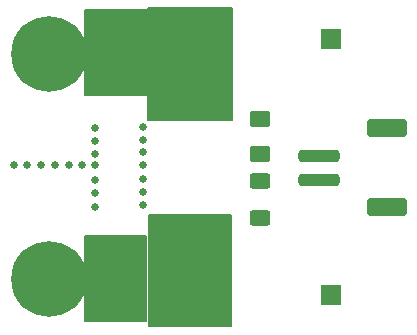
<source format=gbr>
%TF.GenerationSoftware,KiCad,Pcbnew,8.0.3*%
%TF.CreationDate,2024-07-10T14:42:46-05:00*%
%TF.ProjectId,banana to jst ph,62616e61-6e61-4207-946f-206a73742070,2*%
%TF.SameCoordinates,Original*%
%TF.FileFunction,Soldermask,Top*%
%TF.FilePolarity,Negative*%
%FSLAX46Y46*%
G04 Gerber Fmt 4.6, Leading zero omitted, Abs format (unit mm)*
G04 Created by KiCad (PCBNEW 8.0.3) date 2024-07-10 14:42:46*
%MOMM*%
%LPD*%
G01*
G04 APERTURE LIST*
G04 Aperture macros list*
%AMRoundRect*
0 Rectangle with rounded corners*
0 $1 Rounding radius*
0 $2 $3 $4 $5 $6 $7 $8 $9 X,Y pos of 4 corners*
0 Add a 4 corners polygon primitive as box body*
4,1,4,$2,$3,$4,$5,$6,$7,$8,$9,$2,$3,0*
0 Add four circle primitives for the rounded corners*
1,1,$1+$1,$2,$3*
1,1,$1+$1,$4,$5*
1,1,$1+$1,$6,$7*
1,1,$1+$1,$8,$9*
0 Add four rect primitives between the rounded corners*
20,1,$1+$1,$2,$3,$4,$5,0*
20,1,$1+$1,$4,$5,$6,$7,0*
20,1,$1+$1,$6,$7,$8,$9,0*
20,1,$1+$1,$8,$9,$2,$3,0*%
G04 Aperture macros list end*
%ADD10C,0.150000*%
%ADD11C,0.635000*%
%ADD12R,1.700000X1.700000*%
%ADD13C,0.800000*%
%ADD14C,6.400000*%
%ADD15RoundRect,0.250000X1.500000X-0.250000X1.500000X0.250000X-1.500000X0.250000X-1.500000X-0.250000X0*%
%ADD16RoundRect,0.250001X1.449999X-0.499999X1.449999X0.499999X-1.449999X0.499999X-1.449999X-0.499999X0*%
%ADD17RoundRect,0.250000X0.625000X-0.400000X0.625000X0.400000X-0.625000X0.400000X-0.625000X-0.400000X0*%
%ADD18RoundRect,0.250001X-0.624999X0.462499X-0.624999X-0.462499X0.624999X-0.462499X0.624999X0.462499X0*%
G04 APERTURE END LIST*
D10*
X132020200Y-105377200D02*
X137220000Y-105377200D01*
X137220000Y-112540000D01*
X132020200Y-112540000D01*
X132020200Y-105377200D01*
G36*
X132020200Y-105377200D02*
G01*
X137220000Y-105377200D01*
X137220000Y-112540000D01*
X132020200Y-112540000D01*
X132020200Y-105377200D01*
G37*
X137433800Y-103528400D02*
X144373600Y-103528400D01*
X144373600Y-112972400D01*
X137433800Y-112972400D01*
X137433800Y-103528400D01*
G36*
X137433800Y-103528400D02*
G01*
X144373600Y-103528400D01*
X144373600Y-112972400D01*
X137433800Y-112972400D01*
X137433800Y-103528400D01*
G37*
X132045700Y-86212200D02*
X137245500Y-86212200D01*
X137245500Y-93375000D01*
X132045700Y-93375000D01*
X132045700Y-86212200D01*
G36*
X132045700Y-86212200D02*
G01*
X137245500Y-86212200D01*
X137245500Y-93375000D01*
X132045700Y-93375000D01*
X132045700Y-86212200D01*
G37*
X137384600Y-86058000D02*
X144424400Y-86058000D01*
X144424400Y-95520600D01*
X137384600Y-95520600D01*
X137384600Y-86058000D01*
G36*
X137384600Y-86058000D02*
G01*
X144424400Y-86058000D01*
X144424400Y-95520600D01*
X137384600Y-95520600D01*
X137384600Y-86058000D01*
G37*
D11*
%TO.C,*%
X136890000Y-96122884D03*
%TD*%
%TO.C,REF\u002A\u002A*%
X132891494Y-99346800D03*
%TD*%
D12*
%TO.C,J3*%
X152882600Y-88671400D03*
%TD*%
D11*
%TO.C,REF\u002A\u002A*%
X132891494Y-102853108D03*
%TD*%
D13*
%TO.C,H1*%
X126600138Y-108968250D03*
X127303082Y-107271194D03*
X127303082Y-110665306D03*
X129000138Y-106568250D03*
D14*
X129000138Y-108968250D03*
D13*
X129000138Y-111368250D03*
X130697194Y-107271194D03*
X130697194Y-110665306D03*
X131400138Y-108968250D03*
%TD*%
D11*
%TO.C,REF\u002A\u002A*%
X132891494Y-96228040D03*
%TD*%
D15*
%TO.C,J1*%
X151836000Y-100568000D03*
X151836000Y-98568000D03*
D16*
X157586000Y-102918000D03*
X157586000Y-96218000D03*
%TD*%
D11*
%TO.C,REF\u002A\u002A*%
X128300000Y-99290000D03*
%TD*%
%TO.C,REF\u002A\u002A*%
X127138494Y-99290000D03*
%TD*%
%TO.C,REF\u002A\u002A*%
X129461506Y-99290000D03*
%TD*%
D12*
%TO.C,J2*%
X152882600Y-110337600D03*
%TD*%
D11*
%TO.C,REF\u002A\u002A*%
X130623012Y-99290000D03*
%TD*%
D17*
%TO.C,R1*%
X146790000Y-103820000D03*
X146790000Y-100720000D03*
%TD*%
D11*
%TO.C,REF\u002A\u002A*%
X132891494Y-100580156D03*
%TD*%
%TO.C,REF\u002A\u002A*%
X131784518Y-99290000D03*
%TD*%
%TO.C,*%
X136890000Y-102747952D03*
%TD*%
%TO.C,REF\u002A\u002A*%
X125976988Y-99290000D03*
%TD*%
D13*
%TO.C,H2*%
X126600138Y-89918250D03*
X127303082Y-88221194D03*
X127303082Y-91615306D03*
X129000138Y-87518250D03*
D14*
X129000138Y-89918250D03*
D13*
X129000138Y-92318250D03*
X130697194Y-88221194D03*
X130697194Y-91615306D03*
X131400138Y-89918250D03*
%TD*%
D11*
%TO.C,*%
X136890000Y-97194764D03*
%TD*%
%TO.C,REF\u002A\u002A*%
X132891494Y-97299920D03*
%TD*%
%TO.C,*%
X136890000Y-99313124D03*
%TD*%
%TO.C,*%
X136890000Y-101611476D03*
%TD*%
%TO.C,REF\u002A\u002A*%
X132891494Y-101716632D03*
%TD*%
%TO.C,*%
X136890000Y-98266644D03*
%TD*%
%TO.C,REF\u002A\u002A*%
X132891494Y-98371800D03*
%TD*%
%TO.C,*%
X136890000Y-100475000D03*
%TD*%
D18*
%TO.C,D1*%
X146790000Y-95432500D03*
X146790000Y-98407500D03*
%TD*%
M02*

</source>
